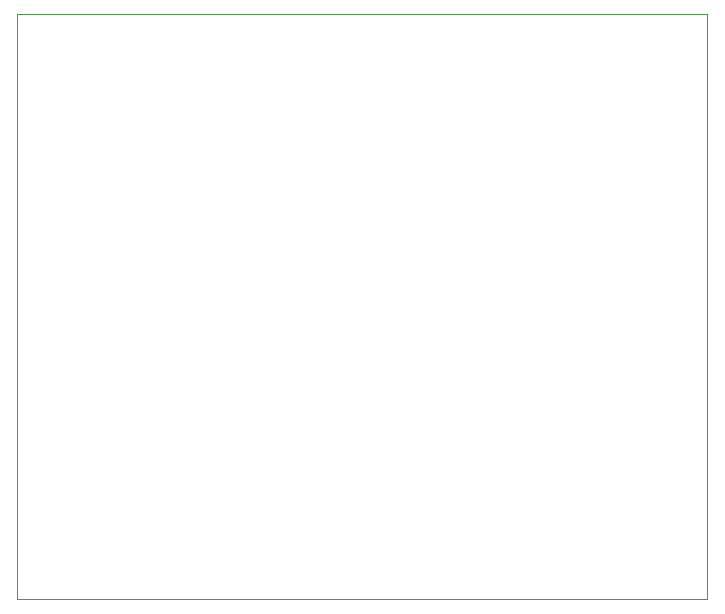
<source format=gbr>
G04*
G04 #@! TF.GenerationSoftware,Altium Limited,Altium Designer,22.11.1 (43)*
G04*
G04 Layer_Color=0*
%FSLAX25Y25*%
%MOIN*%
G70*
G04*
G04 #@! TF.SameCoordinates,84F98C38-DC33-4437-A3FD-EC943A21A0DE*
G04*
G04*
G04 #@! TF.FilePolarity,Positive*
G04*
G01*
G75*
%ADD54C,0.00100*%
D54*
X0Y0D02*
X230000D01*
Y195000D01*
X0D01*
Y0D01*
M02*

</source>
